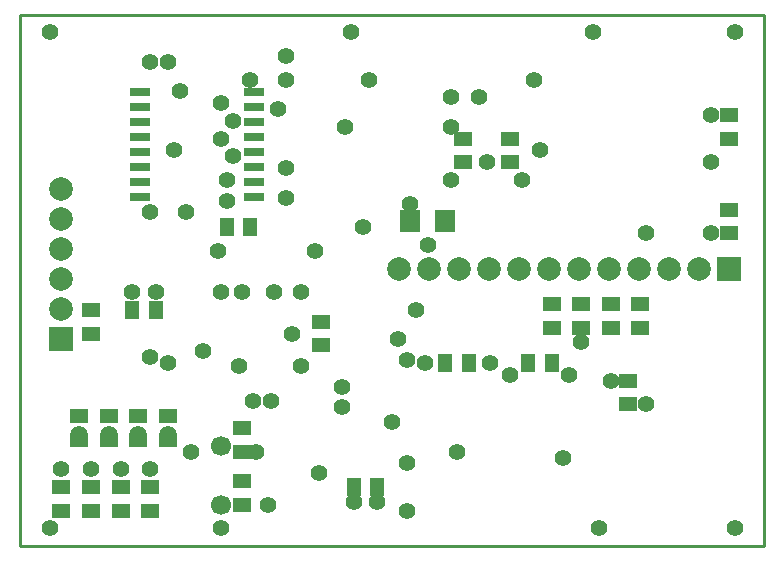
<source format=gbs>
G04 Layer_Color=16711935*
%FSLAX42Y42*%
%MOMM*%
G71*
G01*
G75*
%ADD20C,0.25*%
%ADD28R,1.60X1.20*%
%ADD29R,1.20X1.60*%
%ADD30R,1.70X1.90*%
%ADD32R,1.70X0.80*%
%ADD33R,2.00X2.00*%
%ADD34C,2.00*%
%ADD35C,1.70*%
%ADD36R,2.00X2.00*%
%ADD37C,1.40*%
D20*
X0Y0D02*
Y4500D01*
X6300D01*
Y0D02*
Y4500D01*
X0Y0D02*
X6300D01*
D28*
X1100Y500D02*
D03*
Y300D02*
D03*
X850Y500D02*
D03*
Y300D02*
D03*
X600D02*
D03*
Y500D02*
D03*
X350Y300D02*
D03*
Y500D02*
D03*
X500Y1100D02*
D03*
Y900D02*
D03*
X750Y1100D02*
D03*
Y900D02*
D03*
X1000D02*
D03*
Y1100D02*
D03*
X1250Y900D02*
D03*
Y1100D02*
D03*
X5000Y1850D02*
D03*
Y2050D02*
D03*
X3750Y3450D02*
D03*
Y3250D02*
D03*
X4150Y3450D02*
D03*
Y3250D02*
D03*
X2550Y1900D02*
D03*
Y1700D02*
D03*
X1875Y550D02*
D03*
Y350D02*
D03*
Y800D02*
D03*
Y1000D02*
D03*
X5150Y1400D02*
D03*
Y1200D02*
D03*
X4500Y1850D02*
D03*
Y2050D02*
D03*
X4750D02*
D03*
Y1850D02*
D03*
X5250Y2050D02*
D03*
Y1850D02*
D03*
X6000Y3650D02*
D03*
Y3450D02*
D03*
Y2650D02*
D03*
Y2850D02*
D03*
X600Y1800D02*
D03*
Y2000D02*
D03*
D29*
X2825Y500D02*
D03*
X3025D02*
D03*
X1150Y2000D02*
D03*
X950D02*
D03*
X1950Y2700D02*
D03*
X1750D02*
D03*
X3800Y1550D02*
D03*
X3600D02*
D03*
X4500D02*
D03*
X4300D02*
D03*
D30*
X3300Y2750D02*
D03*
X3600D02*
D03*
D32*
X1017Y2956D02*
D03*
Y3083D02*
D03*
Y3210D02*
D03*
Y3337D02*
D03*
Y3463D02*
D03*
Y3590D02*
D03*
Y3717D02*
D03*
X1983D02*
D03*
Y3590D02*
D03*
Y3463D02*
D03*
Y3337D02*
D03*
Y3210D02*
D03*
Y3083D02*
D03*
Y2956D02*
D03*
X1017Y3844D02*
D03*
X1983D02*
D03*
D33*
X350Y1750D02*
D03*
D34*
Y2004D02*
D03*
Y2258D02*
D03*
Y2512D02*
D03*
Y2766D02*
D03*
Y3020D02*
D03*
X5746Y2350D02*
D03*
X5492D02*
D03*
X5238D02*
D03*
X4984D02*
D03*
X4730D02*
D03*
X3968D02*
D03*
X4222D02*
D03*
X4476D02*
D03*
X3206D02*
D03*
X3460D02*
D03*
X3714D02*
D03*
D35*
X1700Y850D02*
D03*
Y350D02*
D03*
D36*
X6000Y2350D02*
D03*
D37*
X1300Y3350D02*
D03*
X2900Y2700D02*
D03*
X3350Y2000D02*
D03*
X4900Y150D02*
D03*
X1700D02*
D03*
X4850Y4350D02*
D03*
X2800D02*
D03*
X250Y150D02*
D03*
Y4350D02*
D03*
X6050Y150D02*
D03*
Y4350D02*
D03*
X2250Y3200D02*
D03*
X1100Y2825D02*
D03*
X1400Y2825D02*
D03*
X1675Y2500D02*
D03*
X2500D02*
D03*
X3450Y2550D02*
D03*
X2528Y621D02*
D03*
X2725Y1175D02*
D03*
Y1350D02*
D03*
X2305Y1800D02*
D03*
X950Y2150D02*
D03*
X1150D02*
D03*
X4650Y1450D02*
D03*
X3700Y800D02*
D03*
X3300Y2900D02*
D03*
X1250Y1550D02*
D03*
X1100Y1600D02*
D03*
X1700Y2150D02*
D03*
X1875D02*
D03*
X2950Y3950D02*
D03*
X1950D02*
D03*
X2375Y1525D02*
D03*
Y2150D02*
D03*
X1850Y1525D02*
D03*
X2825Y375D02*
D03*
X3025D02*
D03*
X3275Y700D02*
D03*
X3200Y1750D02*
D03*
X3275Y300D02*
D03*
Y1575D02*
D03*
X3975Y1550D02*
D03*
X3425D02*
D03*
X2000Y800D02*
D03*
X2100Y350D02*
D03*
X2125Y1225D02*
D03*
X1975D02*
D03*
X4150Y1450D02*
D03*
X5000Y1400D02*
D03*
X5300Y1200D02*
D03*
X4600Y750D02*
D03*
X1750Y3100D02*
D03*
Y2925D02*
D03*
X1250Y4100D02*
D03*
X2250Y3950D02*
D03*
X2250Y4150D02*
D03*
X1800Y3300D02*
D03*
X1700Y3450D02*
D03*
X1800Y3600D02*
D03*
X1700Y3750D02*
D03*
X2185Y3700D02*
D03*
X2750Y3550D02*
D03*
X4350Y3950D02*
D03*
X4250Y3100D02*
D03*
X3650D02*
D03*
Y3550D02*
D03*
X3950Y3250D02*
D03*
X3887Y3800D02*
D03*
X5850Y3650D02*
D03*
Y2650D02*
D03*
X4400Y3350D02*
D03*
X5850Y3250D02*
D03*
X5300Y2650D02*
D03*
X1350Y3850D02*
D03*
X1100Y4100D02*
D03*
X2151Y2151D02*
D03*
X4750Y1725D02*
D03*
X3650Y3800D02*
D03*
X1100Y650D02*
D03*
X850D02*
D03*
X600D02*
D03*
X350D02*
D03*
X1000Y950D02*
D03*
X750D02*
D03*
X500D02*
D03*
X1250D02*
D03*
X2250Y2950D02*
D03*
X1450Y800D02*
D03*
X3150Y1050D02*
D03*
X1550Y1650D02*
D03*
M02*

</source>
